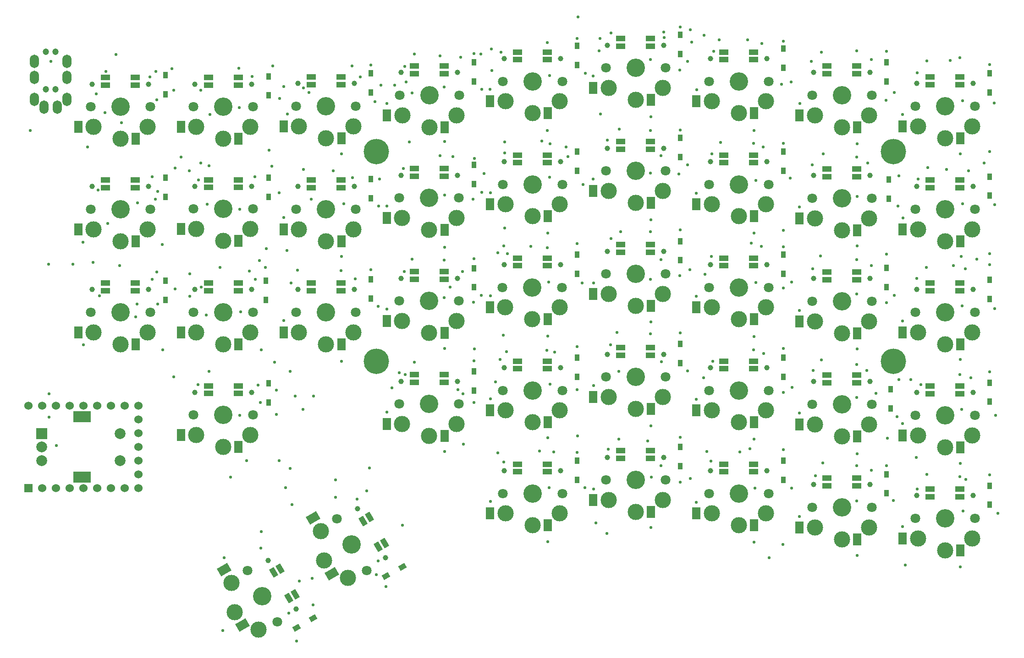
<source format=gbs>
G04 #@! TF.GenerationSoftware,KiCad,Pcbnew,8.0.6-8.0.6-0~ubuntu24.04.1*
G04 #@! TF.CreationDate,2024-10-27T13:02:53+01:00*
G04 #@! TF.ProjectId,NomadKeyboard,4e6f6d61-644b-4657-9962-6f6172642e6b,rev?*
G04 #@! TF.SameCoordinates,Original*
G04 #@! TF.FileFunction,Soldermask,Bot*
G04 #@! TF.FilePolarity,Negative*
%FSLAX46Y46*%
G04 Gerber Fmt 4.6, Leading zero omitted, Abs format (unit mm)*
G04 Created by KiCad (PCBNEW 8.0.6-8.0.6-0~ubuntu24.04.1) date 2024-10-27 13:02:53*
%MOMM*%
%LPD*%
G01*
G04 APERTURE LIST*
G04 Aperture macros list*
%AMRotRect*
0 Rectangle, with rotation*
0 The origin of the aperture is its center*
0 $1 length*
0 $2 width*
0 $3 Rotation angle, in degrees counterclockwise*
0 Add horizontal line*
21,1,$1,$2,0,0,$3*%
G04 Aperture macros list end*
%ADD10R,2.000000X2.000000*%
%ADD11C,2.000000*%
%ADD12R,3.200000X2.000000*%
%ADD13C,1.200000*%
%ADD14O,1.700000X2.500000*%
%ADD15R,0.950000X1.300000*%
%ADD16RotRect,1.300000X0.950000X210.000000*%
%ADD17C,1.800000*%
%ADD18C,1.000000*%
%ADD19C,3.000000*%
%ADD20C,3.400000*%
%ADD21R,1.700000X1.000000*%
%ADD22R,1.600000X2.200000*%
%ADD23RotRect,1.700000X1.000000X120.000000*%
%ADD24RotRect,1.600000X2.200000X120.000000*%
%ADD25C,4.700000*%
%ADD26R,1.524000X1.524000*%
%ADD27C,1.524000*%
%ADD28C,0.550000*%
G04 APERTURE END LIST*
D10*
X48939120Y-112602640D03*
D11*
X48939120Y-117602640D03*
X48939120Y-115102640D03*
D12*
X56439120Y-109502640D03*
X56439120Y-120702640D03*
D11*
X63439120Y-117602640D03*
X63439120Y-112602640D03*
D13*
X49739120Y-42002640D03*
X49739120Y-49002640D03*
X51489120Y-42002640D03*
X51489120Y-49002640D03*
D14*
X47639120Y-50802640D03*
X53589120Y-50802640D03*
X47639120Y-46802640D03*
X53589120Y-46802640D03*
X47639120Y-43802640D03*
X53589120Y-43802640D03*
X49389120Y-52302640D03*
X51839120Y-52302640D03*
D15*
X109759120Y-46007640D03*
X109759120Y-49557640D03*
X128809120Y-43967640D03*
X128809120Y-47517640D03*
X147859100Y-40930100D03*
X147859100Y-44480100D03*
X166919120Y-38927640D03*
X166919120Y-42477640D03*
X185949120Y-41417640D03*
X185949120Y-44967640D03*
X205009120Y-43947640D03*
X205009120Y-47497640D03*
X109738200Y-84130300D03*
X109738200Y-87680300D03*
D16*
X99091315Y-146770140D03*
X96016925Y-148545140D03*
X115581315Y-137230140D03*
X112506925Y-139005140D03*
D15*
X147859100Y-117630100D03*
X147859100Y-121180100D03*
D17*
X106989100Y-52102600D03*
D18*
X106709100Y-47902600D03*
D19*
X106489100Y-55802600D03*
X101489100Y-58002600D03*
D20*
X101489100Y-52102600D03*
D19*
X96489100Y-55802600D03*
D18*
X96269100Y-47902600D03*
D17*
X95989100Y-52102600D03*
D21*
X98739100Y-46703600D03*
X98739100Y-48103600D03*
X104239100Y-48103600D03*
X104239100Y-46703600D03*
D22*
X104289100Y-58002600D03*
X93689100Y-55802600D03*
D17*
X164150000Y-45000000D03*
D18*
X163870000Y-40800000D03*
D19*
X163650000Y-48700000D03*
X158650000Y-50900000D03*
D20*
X158650000Y-45000000D03*
D19*
X153650000Y-48700000D03*
D18*
X153430000Y-40800000D03*
D17*
X153150000Y-45000000D03*
D21*
X155900000Y-39601000D03*
X155900000Y-41001000D03*
X161400000Y-41001000D03*
X161400000Y-39601000D03*
D22*
X161450000Y-50900000D03*
X150850000Y-48700000D03*
D17*
X106989100Y-90202600D03*
D18*
X106709100Y-86002600D03*
D19*
X106489100Y-93902600D03*
X101489100Y-96102600D03*
D20*
X101489100Y-90202600D03*
D19*
X96489100Y-93902600D03*
D18*
X96269100Y-86002600D03*
D17*
X95989100Y-90202600D03*
D21*
X98739100Y-84803600D03*
X98739100Y-86203600D03*
X104239100Y-86203600D03*
X104239100Y-84803600D03*
D22*
X104289100Y-96102600D03*
X93689100Y-93902600D03*
D17*
X126039100Y-69052600D03*
D18*
X125759100Y-64852600D03*
D19*
X125539100Y-72752600D03*
X120539100Y-74952600D03*
D20*
X120539100Y-69052600D03*
D19*
X115539100Y-72752600D03*
D18*
X115319100Y-64852600D03*
D17*
X115039100Y-69052600D03*
D21*
X117789100Y-63653600D03*
X117789100Y-65053600D03*
X123289100Y-65053600D03*
X123289100Y-63653600D03*
D22*
X123339100Y-74952600D03*
X112739100Y-72752600D03*
D17*
X108973700Y-137910740D03*
D18*
X112471007Y-135568253D03*
D19*
X105519406Y-139327727D03*
X101114150Y-136097600D03*
D20*
X106223700Y-133147600D03*
D19*
X100519406Y-130667473D03*
D18*
X107251007Y-126526947D03*
D17*
X103473700Y-128384460D03*
D23*
X109524371Y-128066530D03*
X108311936Y-128766530D03*
X111061936Y-133529670D03*
X112274371Y-132829670D03*
D24*
X102514150Y-138522471D03*
X99119406Y-128242602D03*
D17*
X164150000Y-102150000D03*
D18*
X163870000Y-97950000D03*
D19*
X163650000Y-105850000D03*
X158650000Y-108050000D03*
D20*
X158650000Y-102150000D03*
D19*
X153650000Y-105850000D03*
D18*
X153430000Y-97950000D03*
D17*
X153150000Y-102150000D03*
D21*
X155900000Y-96751000D03*
X155900000Y-98151000D03*
X161400000Y-98151000D03*
X161400000Y-96751000D03*
D22*
X161450000Y-108050000D03*
X150850000Y-105850000D03*
D17*
X202250000Y-107202600D03*
D18*
X201970000Y-103002600D03*
D19*
X201750000Y-110902600D03*
X196750000Y-113102600D03*
D20*
X196750000Y-107202600D03*
D19*
X191750000Y-110902600D03*
D18*
X191530000Y-103002600D03*
D17*
X191250000Y-107202600D03*
D21*
X194000000Y-101803600D03*
X194000000Y-103203600D03*
X199500000Y-103203600D03*
X199500000Y-101803600D03*
D22*
X199550000Y-113102600D03*
X188950000Y-110902600D03*
D17*
X164149100Y-121202600D03*
D18*
X163869100Y-117002600D03*
D19*
X163649100Y-124902600D03*
X158649100Y-127102600D03*
D20*
X158649100Y-121202600D03*
D19*
X153649100Y-124902600D03*
D18*
X153429100Y-117002600D03*
D17*
X153149100Y-121202600D03*
D21*
X155899100Y-115803600D03*
X155899100Y-117203600D03*
X161399100Y-117203600D03*
X161399100Y-115803600D03*
D22*
X161449100Y-127102600D03*
X150849100Y-124902600D03*
D17*
X202249100Y-69102600D03*
D18*
X201969100Y-64902600D03*
D19*
X201749100Y-72802600D03*
X196749100Y-75002600D03*
D20*
X196749100Y-69102600D03*
D19*
X191749100Y-72802600D03*
D18*
X191529100Y-64902600D03*
D17*
X191249100Y-69102600D03*
D21*
X193999100Y-63703600D03*
X193999100Y-65103600D03*
X199499100Y-65103600D03*
X199499100Y-63703600D03*
D22*
X199549100Y-75002600D03*
X188949100Y-72802600D03*
D17*
X221299100Y-90202600D03*
D18*
X221019100Y-86002600D03*
D19*
X220799100Y-93902600D03*
X215799100Y-96102600D03*
D20*
X215799100Y-90202600D03*
D19*
X210799100Y-93902600D03*
D18*
X210579100Y-86002600D03*
D17*
X210299100Y-90202600D03*
D21*
X213049100Y-84803600D03*
X213049100Y-86203600D03*
X218549100Y-86203600D03*
X218549100Y-84803600D03*
D22*
X218599100Y-96102600D03*
X207999100Y-93902600D03*
D17*
X221299100Y-109252600D03*
D18*
X221019100Y-105052600D03*
D19*
X220799100Y-112952600D03*
X215799100Y-115152600D03*
D20*
X215799100Y-109252600D03*
D19*
X210799100Y-112952600D03*
D18*
X210579100Y-105052600D03*
D17*
X210299100Y-109252600D03*
D21*
X213049100Y-103853600D03*
X213049100Y-105253600D03*
X218549100Y-105253600D03*
X218549100Y-103853600D03*
D22*
X218599100Y-115152600D03*
X207999100Y-112952600D03*
D25*
X206275000Y-60475000D03*
D15*
X109779120Y-65557640D03*
X109779120Y-69107640D03*
X128809120Y-62957640D03*
X128809120Y-66507640D03*
X147869100Y-60487600D03*
X147869100Y-64037600D03*
X166909100Y-57967600D03*
X166909100Y-61517600D03*
X185969100Y-60460100D03*
X185969100Y-64010100D03*
X205409120Y-65667640D03*
X205409120Y-69217640D03*
D17*
X183199100Y-47502600D03*
D18*
X182919100Y-43302600D03*
D19*
X182699100Y-51202600D03*
X177699100Y-53402600D03*
D20*
X177699100Y-47502600D03*
D19*
X172699100Y-51202600D03*
D18*
X172479100Y-43302600D03*
D17*
X172199100Y-47502600D03*
D21*
X174949100Y-42103600D03*
X174949100Y-43503600D03*
X180449100Y-43503600D03*
X180449100Y-42103600D03*
D22*
X180499100Y-53402600D03*
X169899100Y-51202600D03*
D17*
X164149100Y-64052600D03*
D18*
X163869100Y-59852600D03*
D19*
X163649100Y-67752600D03*
X158649100Y-69952600D03*
D20*
X158649100Y-64052600D03*
D19*
X153649100Y-67752600D03*
D18*
X153429100Y-59852600D03*
D17*
X153149100Y-64052600D03*
D21*
X155899100Y-58653600D03*
X155899100Y-60053600D03*
X161399100Y-60053600D03*
X161399100Y-58653600D03*
D22*
X161449100Y-69952600D03*
X150849100Y-67752600D03*
D17*
X145099100Y-66552600D03*
D18*
X144819100Y-62352600D03*
D19*
X144599100Y-70252600D03*
X139599100Y-72452600D03*
D20*
X139599100Y-66552600D03*
D19*
X134599100Y-70252600D03*
D18*
X134379100Y-62352600D03*
D17*
X134099100Y-66552600D03*
D21*
X136849100Y-61153600D03*
X136849100Y-62553600D03*
X142349100Y-62553600D03*
X142349100Y-61153600D03*
D22*
X142399100Y-72452600D03*
X131799100Y-70252600D03*
D17*
X183199100Y-85601600D03*
D18*
X182919100Y-81401600D03*
D19*
X182699100Y-89301600D03*
X177699100Y-91501600D03*
D20*
X177699100Y-85601600D03*
D19*
X172699100Y-89301600D03*
D18*
X172479100Y-81401600D03*
D17*
X172199100Y-85601600D03*
D21*
X174949100Y-80202600D03*
X174949100Y-81602600D03*
X180449100Y-81602600D03*
X180449100Y-80202600D03*
D22*
X180499100Y-91501600D03*
X169899100Y-89301600D03*
D17*
X202249100Y-50051600D03*
D18*
X201969100Y-45851600D03*
D19*
X201749100Y-53751600D03*
X196749100Y-55951600D03*
D20*
X196749100Y-50051600D03*
D19*
X191749100Y-53751600D03*
D18*
X191529100Y-45851600D03*
D17*
X191249100Y-50051600D03*
D21*
X193999100Y-44652600D03*
X193999100Y-46052600D03*
X199499100Y-46052600D03*
X199499100Y-44652600D03*
D22*
X199549100Y-55951600D03*
X188949100Y-53751600D03*
D17*
X106989100Y-71148400D03*
D18*
X106709100Y-66948400D03*
D19*
X106489100Y-74848400D03*
X101489100Y-77048400D03*
D20*
X101489100Y-71148400D03*
D19*
X96489100Y-74848400D03*
D18*
X96269100Y-66948400D03*
D17*
X95989100Y-71148400D03*
D21*
X98739100Y-65749400D03*
X98739100Y-67149400D03*
X104239100Y-67149400D03*
X104239100Y-65749400D03*
D22*
X104289100Y-77048400D03*
X93689100Y-74848400D03*
D17*
X221299100Y-128301600D03*
D18*
X221019100Y-124101600D03*
D19*
X220799100Y-132001600D03*
X215799100Y-134201600D03*
D20*
X215799100Y-128301600D03*
D19*
X210799100Y-132001600D03*
D18*
X210579100Y-124101600D03*
D17*
X210299100Y-128301600D03*
D21*
X213049100Y-122902600D03*
X213049100Y-124302600D03*
X218549100Y-124302600D03*
X218549100Y-122902600D03*
D22*
X218599100Y-134201600D03*
X207999100Y-132001600D03*
D17*
X183199100Y-66551600D03*
D18*
X182919100Y-62351600D03*
D19*
X182699100Y-70251600D03*
X177699100Y-72451600D03*
D20*
X177699100Y-66551600D03*
D19*
X172699100Y-70251600D03*
D18*
X172479100Y-62351600D03*
D17*
X172199100Y-66551600D03*
D21*
X174949100Y-61152600D03*
X174949100Y-62552600D03*
X180449100Y-62552600D03*
X180449100Y-61152600D03*
D22*
X180499100Y-72451600D03*
X169899100Y-70251600D03*
D17*
X183200000Y-104650000D03*
D18*
X182920000Y-100450000D03*
D19*
X182700000Y-108350000D03*
X177700000Y-110550000D03*
D20*
X177700000Y-104650000D03*
D19*
X172700000Y-108350000D03*
D18*
X172480000Y-100450000D03*
D17*
X172200000Y-104650000D03*
D21*
X174950000Y-99251000D03*
X174950000Y-100651000D03*
X180450000Y-100651000D03*
X180450000Y-99251000D03*
D22*
X180500000Y-110550000D03*
X169900000Y-108350000D03*
D17*
X202249100Y-126252600D03*
D18*
X201969100Y-122052600D03*
D19*
X201749100Y-129952600D03*
X196749100Y-132152600D03*
D20*
X196749100Y-126252600D03*
D19*
X191749100Y-129952600D03*
D18*
X191529100Y-122052600D03*
D17*
X191249100Y-126252600D03*
D21*
X193999100Y-120853600D03*
X193999100Y-122253600D03*
X199499100Y-122253600D03*
X199499100Y-120853600D03*
D22*
X199549100Y-132152600D03*
X188949100Y-129952600D03*
D17*
X164149100Y-83102600D03*
D18*
X163869100Y-78902600D03*
D19*
X163649100Y-86802600D03*
X158649100Y-89002600D03*
D20*
X158649100Y-83102600D03*
D19*
X153649100Y-86802600D03*
D18*
X153429100Y-78902600D03*
D17*
X153149100Y-83102600D03*
D21*
X155899100Y-77703600D03*
X155899100Y-79103600D03*
X161399100Y-79103600D03*
X161399100Y-77703600D03*
D22*
X161449100Y-89002600D03*
X150849100Y-86802600D03*
D17*
X145100000Y-47500000D03*
D18*
X144820000Y-43300000D03*
D19*
X144600000Y-51200000D03*
X139600000Y-53400000D03*
D20*
X139600000Y-47500000D03*
D19*
X134600000Y-51200000D03*
D18*
X134380000Y-43300000D03*
D17*
X134100000Y-47500000D03*
D21*
X136850000Y-42101000D03*
X136850000Y-43501000D03*
X142350000Y-43501000D03*
X142350000Y-42101000D03*
D22*
X142400000Y-53400000D03*
X131800000Y-51200000D03*
D15*
X166909100Y-115117600D03*
X166909100Y-118667600D03*
D17*
X126039100Y-88102600D03*
D18*
X125759100Y-83902600D03*
D19*
X125539100Y-91802600D03*
X120539100Y-94002600D03*
D20*
X120539100Y-88102600D03*
D19*
X115539100Y-91802600D03*
D18*
X115319100Y-83902600D03*
D17*
X115039100Y-88102600D03*
D21*
X117789100Y-82703600D03*
X117789100Y-84103600D03*
X123289100Y-84103600D03*
X123289100Y-82703600D03*
D22*
X123339100Y-94002600D03*
X112739100Y-91802600D03*
D25*
X206275000Y-99225000D03*
D15*
X147849100Y-79530100D03*
X147849100Y-83080100D03*
X166919100Y-77037600D03*
X166919100Y-80587600D03*
X185929100Y-79537600D03*
X185929100Y-83087600D03*
X205009100Y-82017600D03*
X205009100Y-85567600D03*
X185959100Y-117630100D03*
X185959100Y-121180100D03*
X204999100Y-120127600D03*
X204999100Y-123677600D03*
X205769120Y-104447640D03*
X205769120Y-107997640D03*
X128789100Y-101087600D03*
X128789100Y-104637600D03*
X147849100Y-98580100D03*
X147849100Y-102130100D03*
X166909100Y-96080100D03*
X166909100Y-99630100D03*
X185949120Y-98562640D03*
X185949120Y-102112640D03*
X128799100Y-82027600D03*
X128799100Y-85577600D03*
X224049100Y-122246600D03*
X224049100Y-125796600D03*
D17*
X126039100Y-107151600D03*
D18*
X125759100Y-102951600D03*
D19*
X125539100Y-110851600D03*
X120539100Y-113051600D03*
D20*
X120539100Y-107151600D03*
D19*
X115539100Y-110851600D03*
D18*
X115319100Y-102951600D03*
D17*
X115039100Y-107151600D03*
D21*
X117789100Y-101752600D03*
X117789100Y-103152600D03*
X123289100Y-103152600D03*
X123289100Y-101752600D03*
D22*
X123339100Y-113051600D03*
X112739100Y-110851600D03*
D25*
X110775000Y-60475000D03*
X110775000Y-99225000D03*
D17*
X87989120Y-90202640D03*
D18*
X87709120Y-86002640D03*
D19*
X87489120Y-93902640D03*
X82489120Y-96102640D03*
D20*
X82489120Y-90202640D03*
D19*
X77489120Y-93902640D03*
D18*
X77269120Y-86002640D03*
D17*
X76989120Y-90202640D03*
D21*
X79739120Y-84803640D03*
X79739120Y-86203640D03*
X85239120Y-86203640D03*
X85239120Y-84803640D03*
D22*
X85289120Y-96102640D03*
X74689120Y-93902640D03*
D17*
X221299100Y-71151600D03*
D18*
X221019100Y-66951600D03*
D19*
X220799100Y-74851600D03*
X215799100Y-77051600D03*
D20*
X215799100Y-71151600D03*
D19*
X210799100Y-74851600D03*
D18*
X210579100Y-66951600D03*
D17*
X210299100Y-71151600D03*
D21*
X213049100Y-65752600D03*
X213049100Y-67152600D03*
X218549100Y-67152600D03*
X218549100Y-65752600D03*
D22*
X218599100Y-77051600D03*
X207999100Y-74851600D03*
D17*
X87989120Y-71102640D03*
D18*
X87709120Y-66902640D03*
D19*
X87489120Y-74802640D03*
X82489120Y-77002640D03*
D20*
X82489120Y-71102640D03*
D19*
X77489120Y-74802640D03*
D18*
X77269120Y-66902640D03*
D17*
X76989120Y-71102640D03*
D21*
X79739120Y-65703640D03*
X79739120Y-67103640D03*
X85239120Y-67103640D03*
X85239120Y-65703640D03*
D22*
X85289120Y-77002640D03*
X74689120Y-74802640D03*
D17*
X202249100Y-88152600D03*
D18*
X201969100Y-83952600D03*
D19*
X201749100Y-91852600D03*
X196749100Y-94052600D03*
D20*
X196749100Y-88152600D03*
D19*
X191749100Y-91852600D03*
D18*
X191529100Y-83952600D03*
D17*
X191249100Y-88152600D03*
D21*
X193999100Y-82753600D03*
X193999100Y-84153600D03*
X199499100Y-84153600D03*
X199499100Y-82753600D03*
D22*
X199549100Y-94052600D03*
X188949100Y-91852600D03*
D15*
X224059100Y-84156600D03*
X224059100Y-87706600D03*
X71839120Y-84327640D03*
X71839120Y-87877640D03*
D17*
X145089100Y-85602600D03*
D18*
X144809100Y-81402600D03*
D19*
X144589100Y-89302600D03*
X139589100Y-91502600D03*
D20*
X139589100Y-85602600D03*
D19*
X134589100Y-89302600D03*
D18*
X134369100Y-81402600D03*
D17*
X134089100Y-85602600D03*
D21*
X136839100Y-80203600D03*
X136839100Y-81603600D03*
X142339100Y-81603600D03*
X142339100Y-80203600D03*
D22*
X142389100Y-91502600D03*
X131789100Y-89302600D03*
D15*
X90339120Y-84327640D03*
X90339120Y-87877640D03*
D17*
X68989120Y-52191100D03*
D18*
X68709120Y-47991100D03*
D19*
X68489120Y-55891100D03*
X63489120Y-58091100D03*
D20*
X63489120Y-52191100D03*
D19*
X58489120Y-55891100D03*
D18*
X58269120Y-47991100D03*
D17*
X57989120Y-52191100D03*
D21*
X60739120Y-46792100D03*
X60739120Y-48192100D03*
X66239120Y-48192100D03*
X66239120Y-46792100D03*
D22*
X66289120Y-58091100D03*
X55689120Y-55891100D03*
D15*
X71839120Y-65327640D03*
X71839120Y-68877640D03*
D17*
X221299100Y-52102600D03*
D18*
X221019100Y-47902600D03*
D19*
X220799100Y-55802600D03*
X215799100Y-58002600D03*
D20*
X215799100Y-52102600D03*
D19*
X210799100Y-55802600D03*
D18*
X210579100Y-47902600D03*
D17*
X210299100Y-52102600D03*
D21*
X213049100Y-46703600D03*
X213049100Y-48103600D03*
X218549100Y-48103600D03*
X218549100Y-46703600D03*
D22*
X218599100Y-58002600D03*
X207999100Y-55802600D03*
D15*
X224059100Y-103196600D03*
X224059100Y-106746600D03*
D17*
X87989120Y-109202640D03*
D18*
X87709120Y-105002640D03*
D19*
X87489120Y-112902640D03*
X82489120Y-115102640D03*
D20*
X82489120Y-109202640D03*
D19*
X77489120Y-112902640D03*
D18*
X77269120Y-105002640D03*
D17*
X76989120Y-109202640D03*
D21*
X79739120Y-103803640D03*
X79739120Y-105203640D03*
X85239120Y-105203640D03*
X85239120Y-103803640D03*
D22*
X85289120Y-115102640D03*
X74689120Y-112902640D03*
D17*
X145099100Y-104652600D03*
D18*
X144819100Y-100452600D03*
D19*
X144599100Y-108352600D03*
X139599100Y-110552600D03*
D20*
X139599100Y-104652600D03*
D19*
X134599100Y-108352600D03*
D18*
X134379100Y-100452600D03*
D17*
X134099100Y-104652600D03*
D21*
X136849100Y-99253600D03*
X136849100Y-100653600D03*
X142349100Y-100653600D03*
X142349100Y-99253600D03*
D22*
X142399100Y-110552600D03*
X131799100Y-108352600D03*
D17*
X68999120Y-90202640D03*
D18*
X68719120Y-86002640D03*
D19*
X68499120Y-93902640D03*
X63499120Y-96102640D03*
D20*
X63499120Y-90202640D03*
D19*
X58499120Y-93902640D03*
D18*
X58279120Y-86002640D03*
D17*
X57999120Y-90202640D03*
D21*
X60749120Y-84803640D03*
X60749120Y-86203640D03*
X66249120Y-86203640D03*
X66249120Y-84803640D03*
D22*
X66299120Y-96102640D03*
X55699120Y-93902640D03*
D15*
X71839120Y-46327640D03*
X71839120Y-49877640D03*
X90839120Y-103327640D03*
X90839120Y-106877640D03*
X90839120Y-65327640D03*
X90839120Y-68877640D03*
X224069120Y-46017640D03*
X224069120Y-49567640D03*
X90839120Y-46552640D03*
X90839120Y-50102640D03*
D26*
X46519120Y-122722640D03*
D27*
X49059120Y-122722640D03*
X51599120Y-122722640D03*
X54139120Y-122722640D03*
X56679120Y-122722640D03*
X59219120Y-122722640D03*
X61759120Y-122722640D03*
X64299120Y-122722640D03*
X66839120Y-122722640D03*
X66839120Y-120182640D03*
X66839120Y-117642640D03*
X66839120Y-115102640D03*
X66839120Y-112562640D03*
X66839120Y-110022640D03*
X66839120Y-107482640D03*
X64299120Y-107482640D03*
X61759120Y-107482640D03*
X59219120Y-107482640D03*
X56679120Y-107482640D03*
X54139120Y-107482640D03*
X51599120Y-107482640D03*
X49059120Y-107482640D03*
X46519120Y-107482640D03*
D17*
X68999120Y-71148440D03*
D18*
X68719120Y-66948440D03*
D19*
X68499120Y-74848440D03*
X63499120Y-77048440D03*
D20*
X63499120Y-71148440D03*
D19*
X58499120Y-74848440D03*
D18*
X58279120Y-66948440D03*
D17*
X57999120Y-71148440D03*
D21*
X60749120Y-65749440D03*
X60749120Y-67149440D03*
X66249120Y-67149440D03*
X66249120Y-65749440D03*
D22*
X66299120Y-77048440D03*
X55699120Y-74848440D03*
D17*
X87989120Y-52202640D03*
D18*
X87709120Y-48002640D03*
D19*
X87489120Y-55902640D03*
X82489120Y-58102640D03*
D20*
X82489120Y-52202640D03*
D19*
X77489120Y-55902640D03*
D18*
X77269120Y-48002640D03*
D17*
X76989120Y-52202640D03*
D21*
X79739120Y-46803640D03*
X79739120Y-48203640D03*
X85239120Y-48203640D03*
X85239120Y-46803640D03*
D22*
X85289120Y-58102640D03*
X74689120Y-55902640D03*
D17*
X92473700Y-147437640D03*
D18*
X95971007Y-145095153D03*
D19*
X89019406Y-148854627D03*
X84614150Y-145624500D03*
D20*
X89723700Y-142674500D03*
D19*
X84019406Y-140194373D03*
D18*
X90751007Y-136053847D03*
D17*
X86973700Y-137911360D03*
D23*
X93024371Y-137593430D03*
X91811936Y-138293430D03*
X94561936Y-143056570D03*
X95774371Y-142356570D03*
D24*
X86014150Y-148049371D03*
X82619406Y-137769502D03*
D15*
X224059100Y-65096600D03*
X224059100Y-68646600D03*
D17*
X145099100Y-123701600D03*
D18*
X144819100Y-119501600D03*
D19*
X144599100Y-127401600D03*
X139599100Y-129601600D03*
D20*
X139599100Y-123701600D03*
D19*
X134599100Y-127401600D03*
D18*
X134379100Y-119501600D03*
D17*
X134099100Y-123701600D03*
D21*
X136849100Y-118302600D03*
X136849100Y-119702600D03*
X142349100Y-119702600D03*
X142349100Y-118302600D03*
D22*
X142399100Y-129601600D03*
X131799100Y-127401600D03*
D17*
X183199100Y-123702600D03*
D18*
X182919100Y-119502600D03*
D19*
X182699100Y-127402600D03*
X177699100Y-129602600D03*
D20*
X177699100Y-123702600D03*
D19*
X172699100Y-127402600D03*
D18*
X172479100Y-119502600D03*
D17*
X172199100Y-123702600D03*
D21*
X174949100Y-118303600D03*
X174949100Y-119703600D03*
X180449100Y-119703600D03*
X180449100Y-118303600D03*
D22*
X180499100Y-129602600D03*
X169899100Y-127402600D03*
D17*
X126049100Y-50052600D03*
D18*
X125769100Y-45852600D03*
D19*
X125549100Y-53752600D03*
X120549100Y-55952600D03*
D20*
X120549100Y-50052600D03*
D19*
X115549100Y-53752600D03*
D18*
X115329100Y-45852600D03*
D17*
X115049100Y-50052600D03*
D21*
X117799100Y-44653600D03*
X117799100Y-46053600D03*
X123299100Y-46053600D03*
X123299100Y-44653600D03*
D22*
X123349100Y-55952600D03*
X112749100Y-53752600D03*
D28*
X51639120Y-114802640D03*
X66539120Y-88702640D03*
X210689120Y-122852640D03*
X50239120Y-81302640D03*
X76239120Y-64002640D03*
X90939120Y-60202640D03*
X54739120Y-81302640D03*
X58439120Y-81002640D03*
X50339120Y-105302640D03*
X50339120Y-109602640D03*
X91939120Y-99402640D03*
X88439120Y-84102640D03*
X79339120Y-90702640D03*
X80039120Y-53602640D03*
X60639120Y-53302640D03*
X79539120Y-70202640D03*
X66639120Y-70002640D03*
X77939120Y-65703640D03*
X148039120Y-35602640D03*
X62639120Y-42502640D03*
X208439120Y-136902640D03*
X70039120Y-45702640D03*
X91659120Y-44622640D03*
X85464120Y-52327640D03*
X74689120Y-61502640D03*
X78339120Y-62573640D03*
X91489120Y-63152640D03*
X85564120Y-71127640D03*
X90439120Y-78402640D03*
X76339120Y-83102640D03*
X73589120Y-85852640D03*
X89139120Y-80652640D03*
X85714120Y-90077640D03*
X89539120Y-97102640D03*
X70339120Y-88702640D03*
X66299120Y-91042640D03*
X69939120Y-69302640D03*
X73601620Y-63565140D03*
X61139120Y-73802640D03*
X63658350Y-55121870D03*
X71239120Y-77702640D03*
X56620120Y-77202640D03*
X56639120Y-96202640D03*
X57439120Y-59602640D03*
X70239120Y-50912100D03*
X73001620Y-45165140D03*
X104289100Y-60942640D03*
X110529120Y-51282640D03*
X130249120Y-48972640D03*
X123349100Y-58652640D03*
X142329120Y-56572640D03*
X149369120Y-45972640D03*
X161439120Y-54032640D03*
X168259120Y-43812640D03*
X187359120Y-47642640D03*
X180499120Y-56572640D03*
X206419120Y-49542640D03*
X199539120Y-59012640D03*
X224859120Y-51512640D03*
X218649120Y-60942640D03*
X104289100Y-79882640D03*
X111179120Y-70532640D03*
X123349120Y-78162640D03*
X130269120Y-68002640D03*
X142409120Y-75527610D03*
X148909120Y-66562640D03*
X161439120Y-73112640D03*
X168279120Y-62922640D03*
X187259120Y-65372640D03*
X180499100Y-75582640D03*
X199589120Y-77952640D03*
X207129120Y-70512640D03*
X225009120Y-70312640D03*
X218799120Y-79862640D03*
X111139120Y-89122640D03*
X104289120Y-99282640D03*
X130179120Y-87052640D03*
X123339100Y-96922640D03*
X142389100Y-94562640D03*
X148779120Y-84802640D03*
X161449100Y-91962620D03*
X168669120Y-82342640D03*
X180499100Y-94642640D03*
X187459120Y-84642640D03*
X199549100Y-96962640D03*
X206449120Y-87032640D03*
X218599100Y-98952640D03*
X224969120Y-89522640D03*
X82404120Y-149027640D03*
X96024120Y-150947640D03*
X128779120Y-106872640D03*
X123339100Y-115922640D03*
X147859120Y-104472640D03*
X142399100Y-113412640D03*
X168249120Y-101022640D03*
X161450000Y-111212640D03*
X187569120Y-104082640D03*
X180500000Y-113672640D03*
X199559120Y-116342640D03*
X206949120Y-109472640D03*
X59044620Y-49808140D03*
X93649120Y-48482640D03*
X192979120Y-42082640D03*
X59614370Y-87172890D03*
X212429120Y-120182640D03*
X130669120Y-64532640D03*
X79839120Y-101102640D03*
X95039120Y-84803600D03*
X113609120Y-104162640D03*
X89494120Y-130747640D03*
X171809120Y-115932640D03*
X97219120Y-108152640D03*
X79839120Y-63102640D03*
X212659120Y-63482640D03*
X133209120Y-116212640D03*
X97279120Y-63742640D03*
X134229120Y-94422640D03*
X114139120Y-48242640D03*
X155559120Y-113642640D03*
X107214120Y-124737640D03*
X128869120Y-97002640D03*
X114959120Y-101402640D03*
X193269120Y-118072640D03*
X134489120Y-58712640D03*
X209459120Y-102632640D03*
X155669120Y-56342640D03*
X192779120Y-79802640D03*
X134839120Y-97492640D03*
X192939120Y-99012640D03*
X212409120Y-43682640D03*
X174129120Y-39832640D03*
X155249120Y-93882640D03*
X212379120Y-81912640D03*
X154099120Y-38582640D03*
X117359120Y-80362640D03*
X174379120Y-58812640D03*
X132139120Y-45452640D03*
X73339120Y-49102640D03*
X98349120Y-49532640D03*
X171179120Y-102292640D03*
X111649120Y-48242640D03*
X76339120Y-87203640D03*
X70339120Y-67850640D03*
X117799100Y-42422620D03*
X117789120Y-99452640D03*
X171479120Y-83182640D03*
X193289120Y-60922640D03*
X134319120Y-77902640D03*
X116279120Y-47573580D03*
X155899120Y-75322640D03*
X166939120Y-121612640D03*
X94239120Y-78732640D03*
X185909120Y-85732640D03*
X199499120Y-41852640D03*
X151939120Y-41842640D03*
X220119120Y-64042640D03*
X185949120Y-75042640D03*
X210469120Y-117072640D03*
X199499120Y-61482640D03*
X161419120Y-64452640D03*
X220549120Y-102272640D03*
X133189120Y-79192640D03*
X142350000Y-40362640D03*
X123349120Y-68512640D03*
X203049120Y-105202640D03*
X111061936Y-136147640D03*
X122519120Y-42752640D03*
X104789120Y-70152640D03*
X219599120Y-82132640D03*
X199499120Y-80492640D03*
X177879120Y-115992640D03*
X199619120Y-68792640D03*
X218939120Y-89042640D03*
X152149120Y-53542640D03*
X185969120Y-105032640D03*
X204879120Y-50982640D03*
X146189120Y-61422640D03*
X218899120Y-108182640D03*
X123289120Y-87452640D03*
X123299120Y-48582640D03*
X219679120Y-121142640D03*
X142819120Y-103512640D03*
X161399120Y-43492640D03*
X205009120Y-88402640D03*
X161389120Y-94212640D03*
X133629120Y-98882640D03*
X224049120Y-60482640D03*
X199529120Y-105952640D03*
X116879120Y-58662640D03*
X199489120Y-118532640D03*
X161529120Y-120692640D03*
X181849120Y-77992640D03*
X161399120Y-75312640D03*
X155559120Y-101112640D03*
X180849120Y-84702640D03*
X85339120Y-45102640D03*
X107839120Y-46692640D03*
X92339120Y-109102640D03*
X163889120Y-38422640D03*
X122519120Y-61222640D03*
X143529120Y-116022640D03*
X123299120Y-80522640D03*
X142629120Y-84582640D03*
X128719120Y-88322640D03*
X106909120Y-84032640D03*
X166789120Y-83462640D03*
X199499120Y-86802640D03*
X161389120Y-84072640D03*
X180909120Y-65852640D03*
X199499120Y-125102640D03*
X142779120Y-65202640D03*
X103244120Y-121187640D03*
X134509120Y-74632640D03*
X125829120Y-104482640D03*
X166639120Y-64632640D03*
X139319120Y-78002640D03*
X117409120Y-49622640D03*
X142769120Y-46442640D03*
X219049120Y-51102640D03*
X103214120Y-124397640D03*
X160879120Y-113952640D03*
X205129120Y-113462640D03*
X142689120Y-122622640D03*
X143729120Y-97542640D03*
X106349120Y-65342640D03*
X161389120Y-56542640D03*
X219109120Y-126932640D03*
X216769120Y-43622640D03*
X142814120Y-59047640D03*
X182229120Y-59632640D03*
X219019120Y-70142640D03*
X182279120Y-97822640D03*
X166819120Y-45432640D03*
X168789120Y-37972640D03*
X185619120Y-48012640D03*
X179359120Y-39862640D03*
X94564120Y-145827640D03*
X180719120Y-122722640D03*
X128629120Y-69272640D03*
X224049120Y-79322640D03*
X147929120Y-113062640D03*
X199489120Y-99832640D03*
X225169120Y-109272640D03*
X218599100Y-118122640D03*
X98944120Y-139387640D03*
X112514120Y-140917640D03*
X142399120Y-132582640D03*
X149299120Y-122662640D03*
X97269120Y-48692640D03*
X102839120Y-64012620D03*
X115999120Y-44762640D03*
X131979120Y-41502640D03*
X130089120Y-42412640D03*
X128789120Y-42352640D03*
X166919120Y-37472640D03*
X109769120Y-44482640D03*
X224069120Y-44362640D03*
X185959120Y-40042640D03*
X147869120Y-39602640D03*
X205029120Y-41952640D03*
X70226620Y-82715140D03*
X109739120Y-82292640D03*
X204979120Y-79472640D03*
X185929120Y-78072640D03*
X147849100Y-77512640D03*
X221709120Y-80412640D03*
X166919120Y-74932640D03*
X128759120Y-80312640D03*
X224059120Y-81392640D03*
X133799120Y-42122640D03*
X141329120Y-58552640D03*
X171269120Y-38952640D03*
X181969120Y-40512640D03*
X168999120Y-40222640D03*
X152047480Y-39601000D03*
X180439120Y-58972640D03*
X173063630Y-41968130D03*
X218569120Y-43122640D03*
X191119120Y-43832640D03*
X168739120Y-120922640D03*
X161449100Y-130022620D03*
X210629120Y-45922640D03*
X216079120Y-63782640D03*
X81929120Y-81863640D03*
X90239120Y-81863640D03*
X104239120Y-82462640D03*
X78440120Y-85501640D03*
X115969120Y-82652640D03*
X124889120Y-61402640D03*
X134429120Y-60712640D03*
X142329120Y-78252640D03*
X163379120Y-61252640D03*
X154119120Y-76542640D03*
X201549120Y-62582640D03*
X191349120Y-82152640D03*
X187439120Y-122722640D03*
X180499100Y-132682640D03*
X94839120Y-101102640D03*
X88887120Y-103650640D03*
X96229120Y-82392640D03*
X142299120Y-97222640D03*
X135009120Y-79322640D03*
X172619120Y-79872640D03*
X180449120Y-97112640D03*
X199549120Y-135177640D03*
X206249120Y-125012640D03*
X218549120Y-101732640D03*
X210619120Y-83902640D03*
X218599100Y-137282640D03*
X225609120Y-127402640D03*
X163309120Y-118522640D03*
X134299120Y-117852640D03*
X172589120Y-117702640D03*
X202189120Y-119432640D03*
X89464120Y-133817640D03*
X110774120Y-138727640D03*
X109514120Y-118987640D03*
X126769120Y-105302640D03*
X163449120Y-99342640D03*
X153579120Y-115472640D03*
X191839120Y-120412640D03*
X201389120Y-100922640D03*
X131819120Y-68112640D03*
X131799120Y-48962640D03*
X131809120Y-125142640D03*
X131809120Y-87122640D03*
X131809120Y-106222640D03*
X185959120Y-58992640D03*
X111329120Y-65582640D03*
X166909120Y-56472640D03*
X223019120Y-62607640D03*
X145819120Y-59652640D03*
X207259120Y-64932640D03*
X128849120Y-61772640D03*
X185909120Y-96902640D03*
X207319120Y-102642640D03*
X99169120Y-105702640D03*
X147849100Y-96542620D03*
X224059120Y-101242640D03*
X92310120Y-104631640D03*
X99114120Y-144267640D03*
X128779120Y-99142640D03*
X95739120Y-105702640D03*
X73339120Y-102102640D03*
X166909120Y-94012640D03*
X112749120Y-89572640D03*
X112749120Y-108632640D03*
X126839120Y-114602640D03*
X112749120Y-70512640D03*
X112749100Y-51622640D03*
X115584120Y-129607640D03*
X94034120Y-122607640D03*
X83839120Y-120637640D03*
X166889120Y-113332640D03*
X205039120Y-118532640D03*
X224029120Y-120242640D03*
X147869120Y-116132640D03*
X185959120Y-115582640D03*
X108994120Y-123227640D03*
X169899120Y-68202640D03*
X169899120Y-106252640D03*
X169919120Y-49042640D03*
X169899120Y-125302640D03*
X169899120Y-87192640D03*
X150859120Y-103732640D03*
X150849120Y-65592640D03*
X150849120Y-46502640D03*
X153339120Y-131102640D03*
X150859120Y-84762640D03*
X150859120Y-122842640D03*
X151339120Y-129102640D03*
X207989120Y-53632640D03*
X207989120Y-110752640D03*
X207989120Y-129822640D03*
X208019120Y-72742640D03*
X207999120Y-91792640D03*
X95184120Y-125757640D03*
X94339120Y-53572640D03*
X82624120Y-135537640D03*
X93699120Y-72692640D03*
X93689120Y-91722640D03*
X188949120Y-127942640D03*
X188949120Y-108822640D03*
X188949120Y-70682640D03*
X183339120Y-135602640D03*
X185839120Y-133102640D03*
X188959120Y-51582640D03*
X188949120Y-89822640D03*
X50639120Y-43802640D03*
X88339120Y-65102640D03*
X92839120Y-68102640D03*
X98749120Y-69302640D03*
X60839120Y-45646850D03*
X87839120Y-46602640D03*
X59339120Y-67602640D03*
X69339120Y-84102640D03*
X46839120Y-56602640D03*
X68940120Y-46703640D03*
X86839120Y-117602640D03*
X71339120Y-97102640D03*
X85514120Y-109277640D03*
X89339120Y-106877640D03*
X78339120Y-49102640D03*
X106299120Y-44643580D03*
X92905610Y-50642640D03*
X92839120Y-117602640D03*
X94839120Y-119102640D03*
X96534120Y-139937640D03*
X77839120Y-103602640D03*
X69339120Y-65102640D03*
X87339120Y-82602640D03*
X63339120Y-81602640D03*
X115790080Y-63653600D03*
X126379120Y-43072640D03*
X153439120Y-58322640D03*
X163899120Y-39362640D03*
X202229120Y-43462640D03*
X191299120Y-62952640D03*
X179989120Y-77422640D03*
X172719120Y-60862640D03*
X210809120Y-65562640D03*
X217319120Y-81542640D03*
X116089120Y-101722640D03*
X126679120Y-82692640D03*
X124419120Y-85502640D03*
X163359120Y-80422640D03*
X154029120Y-96232640D03*
X202209120Y-81572640D03*
X191429120Y-100952640D03*
X132789120Y-103082640D03*
X140919120Y-115842640D03*
X179809120Y-115412640D03*
X172869120Y-99222640D03*
X218519120Y-120612640D03*
X211329120Y-103552640D03*
M02*

</source>
